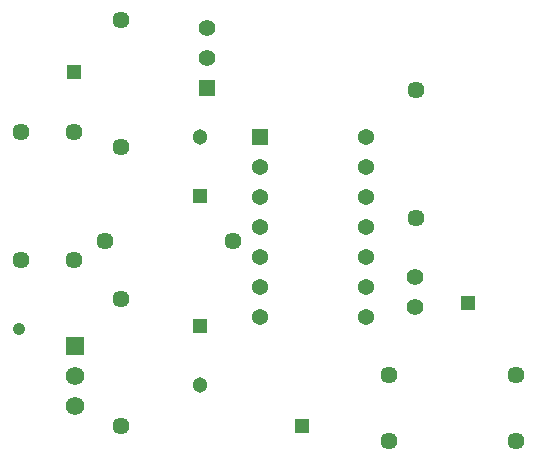
<source format=gbr>
G04*
G04 #@! TF.GenerationSoftware,Altium Limited,Altium Designer,24.7.2 (38)*
G04*
G04 Layer_Color=16711935*
%FSLAX44Y44*%
%MOMM*%
G71*
G04*
G04 #@! TF.SameCoordinates,DA7644E0-93A3-41EC-BC17-E7A0BFE8D910*
G04*
G04*
G04 #@! TF.FilePolarity,Negative*
G04*
G01*
G75*
%ADD16R,1.4032X1.4032*%
%ADD17C,1.4032*%
%ADD18R,1.3032X1.3032*%
%ADD19C,1.3032*%
%ADD20R,1.2132X1.2132*%
%ADD21C,1.4432*%
%ADD22R,1.3732X1.3732*%
%ADD23C,1.3732*%
%ADD24R,1.5732X1.5732*%
%ADD25C,1.5732*%
%ADD26C,1.4212*%
%ADD27C,1.0617*%
D16*
X182195Y320115D02*
D03*
D17*
Y345515D02*
D03*
Y370915D02*
D03*
D18*
X176022Y228910D02*
D03*
Y118472D02*
D03*
D19*
Y278910D02*
D03*
Y68472D02*
D03*
D20*
X262248Y34283D02*
D03*
X403384Y138462D02*
D03*
X69955Y333731D02*
D03*
D21*
X444156Y21755D02*
D03*
X336056D02*
D03*
Y77635D02*
D03*
X444156D02*
D03*
X359032Y318208D02*
D03*
Y210108D02*
D03*
X109713Y378203D02*
D03*
Y270103D02*
D03*
X69531Y174706D02*
D03*
Y282806D02*
D03*
X25081Y174706D02*
D03*
Y282806D02*
D03*
X204010Y190485D02*
D03*
X95910D02*
D03*
X109713Y141983D02*
D03*
Y33883D02*
D03*
D22*
X226822Y278892D02*
D03*
D23*
Y253492D02*
D03*
Y228092D02*
D03*
Y202692D02*
D03*
Y177292D02*
D03*
Y151892D02*
D03*
Y126492D02*
D03*
X316992D02*
D03*
Y151892D02*
D03*
Y177292D02*
D03*
Y202692D02*
D03*
Y228092D02*
D03*
Y253492D02*
D03*
Y278892D02*
D03*
D24*
X70590Y102056D02*
D03*
D25*
Y76656D02*
D03*
Y51256D02*
D03*
D26*
X358282Y134943D02*
D03*
Y160343D02*
D03*
D27*
X23114Y116078D02*
D03*
M02*

</source>
